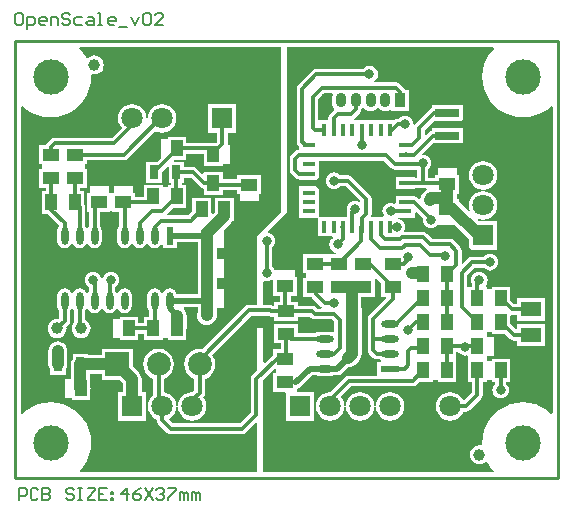
<source format=gtl>
%FSLAX43Y43*%
%MOMM*%
G71*
G01*
G75*
G04 Layer_Physical_Order=1*
G04 Layer_Color=255*
%ADD10R,0.700X1.200*%
%ADD11R,2.050X0.700*%
%ADD12R,2.050X0.500*%
%ADD13O,1.500X0.600*%
%ADD14R,1.500X0.600*%
%ADD15R,1.800X1.300*%
%ADD16O,0.600X1.500*%
%ADD17R,0.600X1.500*%
%ADD18R,0.450X1.075*%
%ADD19R,1.075X0.450*%
%ADD20C,1.000*%
%ADD21R,1.400X1.000*%
%ADD22R,1.000X1.400*%
%ADD23R,1.400X1.000*%
%ADD24R,1.000X1.400*%
%ADD25C,1.000*%
%ADD26C,0.305*%
%ADD27C,0.300*%
%ADD28C,0.500*%
%ADD29C,0.200*%
%ADD30C,0.254*%
%ADD31O,0.900X1.200*%
%ADD32R,0.900X1.200*%
%ADD33C,1.800*%
%ADD34R,1.800X1.800*%
%ADD35R,1.800X1.800*%
%ADD36C,3.000*%
%ADD37C,2.000*%
%ADD38R,2.000X2.000*%
%ADD39C,0.800*%
G36*
X40530Y36385D02*
X40219Y36021D01*
X39937Y35561D01*
X39731Y35062D01*
X39605Y34538D01*
X39562Y34000D01*
X39605Y33462D01*
X39731Y32938D01*
X39937Y32439D01*
X40219Y31979D01*
X40569Y31569D01*
X40979Y31219D01*
X41439Y30937D01*
X41938Y30731D01*
X42462Y30605D01*
X43000Y30562D01*
X43538Y30605D01*
X44062Y30731D01*
X44561Y30937D01*
X45021Y31219D01*
X45385Y31530D01*
X45500Y31477D01*
Y5523D01*
X45385Y5470D01*
X45021Y5781D01*
X44561Y6063D01*
X44062Y6269D01*
X43538Y6395D01*
X43000Y6438D01*
X42462Y6395D01*
X41938Y6269D01*
X41439Y6063D01*
X40979Y5781D01*
X40569Y5431D01*
X40219Y5021D01*
X39937Y4561D01*
X39731Y4062D01*
X39605Y3538D01*
X39562Y3000D01*
X39573Y2871D01*
X39480Y2783D01*
X39300Y2807D01*
X39091Y2779D01*
X38897Y2699D01*
X38729Y2571D01*
X38601Y2403D01*
X38521Y2209D01*
X38493Y2000D01*
X38521Y1791D01*
X38601Y1597D01*
X38729Y1429D01*
X38897Y1301D01*
X39091Y1221D01*
X39300Y1193D01*
X39509Y1221D01*
X39703Y1301D01*
X39845Y1410D01*
X39913Y1397D01*
X40008Y1324D01*
X40219Y979D01*
X40530Y615D01*
X40477Y500D01*
X21000D01*
Y8348D01*
X21930Y9278D01*
X22047Y9229D01*
Y8944D01*
X21860D01*
Y7344D01*
X22840D01*
X22930Y7254D01*
Y4896D01*
X25330D01*
Y7296D01*
X23908D01*
X23860Y7344D01*
X23860Y7386D01*
X23860D01*
D01*
Y7386D01*
X23860D01*
D01*
Y7595D01*
X24017Y7626D01*
X24199Y7747D01*
X25161Y8710D01*
X25515D01*
X25522Y8706D01*
X25756Y8659D01*
X26656D01*
X26890Y8706D01*
X26897Y8710D01*
X27271D01*
X27486Y8753D01*
X27668Y8874D01*
X28188Y9395D01*
X28200Y9393D01*
X28409Y9421D01*
X28603Y9501D01*
X28771Y9629D01*
X29093Y9952D01*
X29222Y10119D01*
X29302Y10314D01*
X29330Y10523D01*
D01*
D01*
D01*
D01*
D01*
X29330D01*
D01*
D01*
D01*
D01*
Y10523D01*
X29330D01*
D01*
Y10523D01*
D01*
D01*
D01*
D01*
D01*
D01*
D01*
D01*
D01*
D01*
D01*
D01*
Y10523D01*
D01*
X29330D01*
D01*
D01*
D01*
D01*
X29330Y10523D01*
Y14377D01*
X29307Y14550D01*
Y15373D01*
X29464D01*
X29516Y15380D01*
X30464D01*
Y16902D01*
X30581Y16950D01*
X31004Y16528D01*
Y15380D01*
X31362D01*
X31410Y15263D01*
X29974Y13826D01*
X29874Y13677D01*
X29839Y13500D01*
Y10882D01*
X29839Y10882D01*
X29839D01*
X29874Y10705D01*
X29974Y10556D01*
X30315Y10215D01*
X30464Y10115D01*
X30641Y10080D01*
X30866D01*
X30997Y9993D01*
X30960Y9871D01*
X30656D01*
Y8699D01*
X28238D01*
X28061Y8664D01*
X27911Y8564D01*
X26652Y7304D01*
X26357Y7265D01*
X26065Y7144D01*
X25814Y6952D01*
X25622Y6701D01*
X25501Y6409D01*
X25460Y6096D01*
X25501Y5783D01*
X25622Y5491D01*
X25814Y5240D01*
X26065Y5048D01*
X26357Y4927D01*
X26670Y4886D01*
X26983Y4927D01*
X27275Y5048D01*
X27526Y5240D01*
X27718Y5491D01*
X27839Y5783D01*
X27876Y6067D01*
X28003D01*
X28041Y5783D01*
X28162Y5491D01*
X28354Y5240D01*
X28605Y5048D01*
X28897Y4927D01*
X29210Y4886D01*
X29523Y4927D01*
X29815Y5048D01*
X30066Y5240D01*
X30258Y5491D01*
X30379Y5783D01*
X30417Y6067D01*
X30544D01*
X30581Y5783D01*
X30702Y5491D01*
X30894Y5240D01*
X31145Y5048D01*
X31437Y4927D01*
X31750Y4886D01*
X32063Y4927D01*
X32355Y5048D01*
X32606Y5240D01*
X32798Y5491D01*
X32919Y5783D01*
X32960Y6096D01*
X32919Y6409D01*
X32798Y6701D01*
X32606Y6952D01*
X32355Y7144D01*
X32063Y7265D01*
X31750Y7306D01*
X31437Y7265D01*
X31145Y7144D01*
X30894Y6952D01*
X30702Y6701D01*
X30581Y6409D01*
X30544Y6125D01*
X30417D01*
X30379Y6409D01*
X30258Y6701D01*
X30066Y6952D01*
X29815Y7144D01*
X29523Y7265D01*
X29210Y7306D01*
X28897Y7265D01*
X28605Y7144D01*
X28354Y6952D01*
X28162Y6701D01*
X28041Y6409D01*
X28003Y6125D01*
X27876D01*
X27839Y6409D01*
X27718Y6701D01*
X27560Y6908D01*
X28429Y7776D01*
X33654D01*
X33830Y7811D01*
X33980Y7911D01*
Y7911D01*
X33980D01*
D01*
D01*
D01*
D01*
D01*
D01*
X33980D01*
D01*
X33980D01*
Y7911D01*
D01*
D01*
D01*
D01*
Y7911D01*
D01*
D01*
D01*
D01*
D01*
D01*
Y7911D01*
D01*
D01*
X33980D01*
D01*
D01*
D01*
X34212Y8144D01*
X35360D01*
Y8331D01*
X35760D01*
Y8144D01*
X37360D01*
Y10144D01*
D01*
Y10144D01*
X37360Y10144D01*
Y10176D01*
X37360D01*
Y10717D01*
X37511D01*
X37601Y10601D01*
X37747Y10489D01*
X37917Y10418D01*
X38100Y10394D01*
X38237Y10412D01*
X38332Y10328D01*
Y10234D01*
X38332Y10234D01*
X38332D01*
X38332Y10176D01*
Y10144D01*
D01*
D01*
D01*
X38332D01*
D01*
Y8144D01*
X38671D01*
Y7223D01*
X38038Y6591D01*
X37914Y6615D01*
X37878Y6701D01*
X37686Y6952D01*
X37435Y7144D01*
X37143Y7265D01*
X36830Y7306D01*
X36517Y7265D01*
X36225Y7144D01*
X35974Y6952D01*
X35782Y6701D01*
X35661Y6409D01*
X35620Y6096D01*
X35661Y5783D01*
X35782Y5491D01*
X35974Y5240D01*
X36225Y5048D01*
X36517Y4927D01*
X36830Y4886D01*
X37143Y4927D01*
X37435Y5048D01*
X37686Y5240D01*
X37878Y5491D01*
X37938Y5635D01*
X38196D01*
X38373Y5670D01*
X38522Y5770D01*
X39458Y6706D01*
X39558Y6855D01*
X39593Y7032D01*
D01*
D01*
D01*
D01*
D01*
X39593D01*
D01*
D01*
D01*
D01*
Y7032D01*
X39593D01*
D01*
Y7032D01*
D01*
D01*
D01*
D01*
D01*
D01*
D01*
D01*
D01*
D01*
D01*
D01*
Y7032D01*
D01*
X39593D01*
D01*
D01*
D01*
D01*
X39593Y7032D01*
Y8144D01*
X39932D01*
Y8331D01*
X40332D01*
Y8144D01*
X40592D01*
X40633Y8024D01*
X40601Y7999D01*
X40489Y7853D01*
X40418Y7683D01*
X40394Y7500D01*
X40418Y7317D01*
X40489Y7147D01*
X40601Y7001D01*
X40747Y6889D01*
X40917Y6818D01*
X41100Y6794D01*
X41283Y6818D01*
X41453Y6889D01*
X41599Y7001D01*
X41711Y7147D01*
X41782Y7317D01*
X41806Y7500D01*
X41782Y7683D01*
X41711Y7853D01*
X41599Y7999D01*
X41561Y8028D01*
Y8144D01*
X41932D01*
Y10144D01*
X40332D01*
Y9957D01*
X39932D01*
Y10086D01*
X39932Y10086D01*
D01*
D01*
X39932Y10144D01*
Y10147D01*
Y10160D01*
X39932Y10176D01*
X39932Y10234D01*
X39932D01*
D01*
Y10234D01*
X39932D01*
D01*
Y10363D01*
X40513D01*
Y11989D01*
X39932D01*
Y12176D01*
D01*
Y12176D01*
X39932Y12176D01*
Y12208D01*
X39932D01*
Y12395D01*
X40332D01*
Y12208D01*
X41480D01*
X41896Y11792D01*
D01*
X41896D01*
X41896Y11792D01*
X41896Y11792D01*
X41896D01*
D01*
X41896D01*
X41896Y11792D01*
Y11792D01*
X41896Y11792D01*
Y11792D01*
X42045Y11692D01*
X42222Y11657D01*
X42488D01*
Y11168D01*
X44888D01*
Y13068D01*
X42488D01*
Y12670D01*
X42371Y12622D01*
X41932Y13060D01*
Y13765D01*
X42030Y13845D01*
X42074Y13837D01*
X42488D01*
Y13348D01*
X44888D01*
Y15248D01*
X42488D01*
Y14759D01*
X42265D01*
X41932Y15092D01*
Y16240D01*
X40332D01*
Y16053D01*
X39932D01*
Y16240D01*
X39896D01*
X39840Y16354D01*
X39911Y16447D01*
X39982Y16617D01*
X40006Y16800D01*
X39982Y16983D01*
X39911Y17153D01*
X39799Y17299D01*
X39653Y17411D01*
X39483Y17482D01*
X39300Y17506D01*
X39117Y17482D01*
X38947Y17411D01*
X38801Y17299D01*
X38689Y17153D01*
X38618Y16983D01*
X38594Y16800D01*
X38618Y16617D01*
X38671Y16490D01*
Y16240D01*
X38332D01*
D01*
X38332D01*
X38261Y16311D01*
Y17209D01*
X38891Y17839D01*
X39672D01*
X39701Y17801D01*
X39847Y17689D01*
X40017Y17618D01*
X40200Y17594D01*
X40383Y17618D01*
X40553Y17689D01*
X40699Y17801D01*
X40811Y17947D01*
X40882Y18117D01*
X40906Y18300D01*
X40882Y18483D01*
X40811Y18653D01*
X40699Y18799D01*
X40553Y18911D01*
X40383Y18982D01*
X40200Y19006D01*
X40017Y18982D01*
X39847Y18911D01*
X39701Y18799D01*
X39672Y18761D01*
X38700D01*
X38523Y18726D01*
X38374Y18626D01*
X37912Y18164D01*
X37795Y18213D01*
Y19287D01*
X37795Y19287D01*
X37759Y19463D01*
X37659Y19613D01*
X37135Y20137D01*
X36986Y20237D01*
X36809Y20272D01*
X35338D01*
X34884Y20726D01*
X34734Y20826D01*
X34558Y20861D01*
X32990D01*
X32920Y20967D01*
X32982Y21117D01*
X33006Y21300D01*
X32982Y21483D01*
X32911Y21653D01*
X32799Y21799D01*
X32653Y21911D01*
X32483Y21982D01*
X32300Y22006D01*
X32369Y22075D01*
X33881D01*
Y22461D01*
X33998Y22510D01*
X34507Y22001D01*
X34494Y21900D01*
X34518Y21717D01*
X34588Y21547D01*
X34701Y21401D01*
X34847Y21289D01*
X35017Y21218D01*
X35200Y21194D01*
X35383Y21218D01*
X35553Y21289D01*
X35699Y21401D01*
X35750Y21467D01*
X35763Y21463D01*
Y21463D01*
X35763Y21463D01*
X37262D01*
X38424Y20301D01*
Y19374D01*
X40824D01*
Y21774D01*
X39233D01*
X39117Y21890D01*
X39187Y21996D01*
X39311Y21945D01*
X39624Y21904D01*
X39937Y21945D01*
X40229Y22066D01*
X40480Y22258D01*
X40672Y22509D01*
X40793Y22801D01*
X40834Y23114D01*
X40793Y23427D01*
X40672Y23719D01*
X40480Y23970D01*
X40229Y24162D01*
X39937Y24283D01*
X39653Y24320D01*
Y24448D01*
X39937Y24485D01*
X40229Y24606D01*
X40480Y24798D01*
X40672Y25049D01*
X40793Y25341D01*
X40834Y25654D01*
X40793Y25967D01*
X40672Y26259D01*
X40480Y26510D01*
X40229Y26702D01*
X39937Y26823D01*
X39624Y26864D01*
X39311Y26823D01*
X39019Y26702D01*
X38768Y26510D01*
X38576Y26259D01*
X38455Y25967D01*
X38414Y25654D01*
X38455Y25341D01*
X38576Y25049D01*
X38768Y24798D01*
X39019Y24606D01*
X39311Y24485D01*
X39595Y24448D01*
Y24320D01*
X39311Y24283D01*
X39019Y24162D01*
X38768Y23970D01*
X38576Y23719D01*
X38455Y23427D01*
X38414Y23114D01*
X38455Y22801D01*
X38506Y22677D01*
X38401Y22607D01*
X37592Y23415D01*
X37576Y23427D01*
Y23644D01*
X37383D01*
Y23700D01*
Y24108D01*
X37576D01*
Y25708D01*
X37389D01*
Y26289D01*
X35763D01*
Y25708D01*
X35576D01*
Y25459D01*
X34959D01*
Y26170D01*
X34999Y26201D01*
X35111Y26347D01*
X35182Y26517D01*
X35206Y26700D01*
X35182Y26883D01*
X35111Y27053D01*
X34999Y27199D01*
X34853Y27311D01*
X34683Y27382D01*
X34500Y27406D01*
X34476Y27454D01*
X35394Y28372D01*
X37901D01*
Y29672D01*
X35251D01*
Y29455D01*
X35215Y29448D01*
X35066Y29348D01*
X34779Y29061D01*
X34661Y29110D01*
Y29509D01*
X35424Y30272D01*
X37901D01*
Y31572D01*
X35251D01*
Y31349D01*
X35245Y31348D01*
X35096Y31248D01*
X33874Y30026D01*
X33825Y29952D01*
X33706Y29997D01*
X33706Y30000D01*
X33682Y30183D01*
X33611Y30353D01*
X33499Y30499D01*
X33353Y30611D01*
X33183Y30682D01*
X33000Y30706D01*
X32817Y30682D01*
X32647Y30611D01*
X32501Y30499D01*
X32470Y30459D01*
X32400D01*
X32224Y30424D01*
X32076Y30325D01*
X28687D01*
X28650Y30447D01*
X28797Y30544D01*
X29165Y30913D01*
X29265Y31062D01*
X29300Y31239D01*
Y31263D01*
X29374Y31319D01*
X29400Y31354D01*
X29528D01*
X29554Y31319D01*
X29711Y31199D01*
X29893Y31123D01*
X30089Y31098D01*
X30285Y31123D01*
X30467Y31199D01*
X30624Y31319D01*
X30650Y31354D01*
X30778D01*
X30804Y31319D01*
X30961Y31199D01*
X31143Y31123D01*
X31339Y31098D01*
X31535Y31123D01*
X31717Y31199D01*
X31725Y31205D01*
X31839Y31149D01*
Y31104D01*
X33339D01*
Y32904D01*
X32997D01*
X32915Y33026D01*
X32559Y33383D01*
X32409Y33483D01*
X32233Y33518D01*
X30458D01*
X30417Y33638D01*
X30499Y33701D01*
X30611Y33847D01*
X30682Y34017D01*
X30706Y34200D01*
X30682Y34383D01*
X30611Y34553D01*
X30499Y34699D01*
X30353Y34811D01*
X30183Y34882D01*
X30000Y34906D01*
X29817Y34882D01*
X29647Y34811D01*
X29501Y34699D01*
X29472Y34661D01*
X25500D01*
X25324Y34626D01*
X25174Y34526D01*
X23974Y33326D01*
X23874Y33176D01*
X23839Y33000D01*
Y28500D01*
X23874Y28323D01*
X23974Y28174D01*
X24031Y28117D01*
Y27815D01*
X24000D01*
X23824Y27780D01*
X23676Y27680D01*
X23376Y27380D01*
X23276Y27232D01*
X23241Y27056D01*
Y26100D01*
X23241Y26100D01*
X23241D01*
X23276Y25924D01*
X23376Y25776D01*
X23676Y25476D01*
X23824Y25376D01*
X24000Y25341D01*
X24031D01*
Y25275D01*
X25706D01*
Y26075D01*
Y26875D01*
Y26891D01*
X31241D01*
X31857Y26276D01*
X32005Y26176D01*
X32181Y26141D01*
X32206D01*
Y26075D01*
X33881D01*
Y26141D01*
X34041D01*
Y25459D01*
X33881D01*
Y25525D01*
X32206D01*
Y24475D01*
X33881D01*
Y24541D01*
X34815D01*
X34840Y24417D01*
X34797Y24399D01*
X34629Y24271D01*
X34529Y24171D01*
X34401Y24003D01*
X34321Y23809D01*
X34302Y23671D01*
X34182Y23630D01*
X34086Y23726D01*
X33937Y23826D01*
X33881Y23837D01*
Y23925D01*
X32206D01*
Y23335D01*
X32100Y23264D01*
X31983Y23313D01*
X31800Y23337D01*
X31617Y23313D01*
X31447Y23242D01*
X31301Y23130D01*
X31247Y23060D01*
X31243Y23057D01*
X31230Y23039D01*
X31189Y22984D01*
X31180Y22963D01*
X31143Y22908D01*
X31130Y22842D01*
X31118Y22814D01*
X31094Y22631D01*
X31118Y22448D01*
X31189Y22278D01*
X31199Y22264D01*
X31143Y22150D01*
X30242D01*
X30162Y22248D01*
X30195Y22413D01*
X30195Y22413D01*
Y23667D01*
X30160Y23843D01*
X30060Y23993D01*
X28526Y25526D01*
X28377Y25626D01*
X28200Y25661D01*
X27528D01*
X27499Y25699D01*
X27353Y25811D01*
X27183Y25882D01*
X27000Y25906D01*
X26817Y25882D01*
X26647Y25811D01*
X26501Y25699D01*
X26389Y25553D01*
X26318Y25383D01*
X26294Y25200D01*
X26318Y25017D01*
X26389Y24847D01*
X26501Y24701D01*
X26647Y24589D01*
X26817Y24518D01*
X27000Y24494D01*
X27183Y24518D01*
X27353Y24589D01*
X27499Y24701D01*
X27528Y24739D01*
X28009D01*
X29203Y23545D01*
X29182Y23419D01*
X29158Y23407D01*
X29153Y23411D01*
X28983Y23482D01*
X28800Y23506D01*
X28617Y23482D01*
X28447Y23411D01*
X28301Y23299D01*
X28189Y23153D01*
X28118Y22983D01*
X28094Y22800D01*
X28114Y22651D01*
X28095Y22556D01*
Y22150D01*
X25706D01*
Y22875D01*
Y23675D01*
Y24725D01*
X24031D01*
Y23675D01*
Y22875D01*
Y22075D01*
X25631D01*
Y20475D01*
X26832D01*
X26873Y20355D01*
X26801Y20299D01*
X26689Y20153D01*
X26618Y19983D01*
X26594Y19800D01*
X26618Y19617D01*
X26689Y19447D01*
X26801Y19301D01*
X26947Y19189D01*
X27117Y19118D01*
X27203Y19107D01*
X27195Y18980D01*
X26432D01*
D01*
D01*
X26432Y18980D01*
X26400D01*
Y18980D01*
X24400D01*
Y17380D01*
X24587D01*
Y16980D01*
X24400D01*
Y15380D01*
X25103D01*
X25174Y15274D01*
X25926Y14522D01*
X25963Y14497D01*
X25926Y14376D01*
X25602D01*
X25493Y14484D01*
X25344Y14584D01*
X25167Y14619D01*
X23944D01*
Y14958D01*
X23321D01*
Y15472D01*
X23860D01*
Y17072D01*
X23673D01*
Y17653D01*
X22047D01*
Y17653D01*
X21953D01*
X21911Y17753D01*
X21799Y17899D01*
X21761Y17928D01*
Y19572D01*
X21799Y19601D01*
X21911Y19747D01*
X21982Y19917D01*
X22006Y20100D01*
X21982Y20283D01*
X21911Y20453D01*
X21799Y20599D01*
X21653Y20711D01*
X21483Y20782D01*
X21448Y20787D01*
X21407Y20907D01*
X23000Y22500D01*
Y36500D01*
X40477D01*
X40530Y36385D01*
D02*
G37*
G36*
X21860Y16804D02*
Y15472D01*
X22399D01*
Y14958D01*
X21944D01*
Y14609D01*
X21815D01*
X21815Y14609D01*
X21815Y14609D01*
X21727Y14668D01*
X21550Y14703D01*
X21000D01*
Y16652D01*
X21106Y16723D01*
X21117Y16718D01*
X21300Y16694D01*
X21483Y16718D01*
X21653Y16789D01*
X21746Y16860D01*
X21860Y16804D01*
D02*
G37*
G36*
X21468Y13721D02*
X21644Y13686D01*
X21944D01*
Y13358D01*
X23944D01*
Y13697D01*
X24976D01*
X25085Y13588D01*
X25085Y13588D01*
X25085D01*
X25085Y13588D01*
X25085D01*
X25085Y13588D01*
Y13588D01*
Y13588D01*
D01*
D01*
X25085D01*
Y13588D01*
X25234Y13488D01*
X25411Y13453D01*
X26810D01*
X27028Y13235D01*
Y12419D01*
X26916Y12359D01*
X26890Y12376D01*
X26656Y12423D01*
X25756D01*
X25522Y12376D01*
X25363Y12270D01*
X23944D01*
Y13058D01*
X21944D01*
Y11458D01*
X22483D01*
Y10944D01*
X21860D01*
Y10498D01*
X21818Y10470D01*
X21117Y9770D01*
X21000Y9818D01*
Y13780D01*
X21380D01*
X21468Y13721D01*
D02*
G37*
G36*
X20500Y9152D02*
X20074Y8726D01*
X19974Y8577D01*
X19939Y8400D01*
Y5591D01*
X19009Y4661D01*
X13391D01*
X13043Y5009D01*
X13051Y5048D01*
X13302Y5240D01*
X13494Y5491D01*
X13615Y5783D01*
X13653Y6067D01*
X13780D01*
X13817Y5783D01*
X13938Y5491D01*
X14130Y5240D01*
X14381Y5048D01*
X14673Y4927D01*
X14986Y4886D01*
X15299Y4927D01*
X15591Y5048D01*
X15842Y5240D01*
X16034Y5491D01*
X16155Y5783D01*
X16196Y6096D01*
X16155Y6409D01*
X16034Y6701D01*
X15905Y6870D01*
X15962Y6928D01*
X16062Y7077D01*
X16097Y7254D01*
D01*
D01*
D01*
D01*
D01*
X16097D01*
D01*
D01*
D01*
D01*
Y7254D01*
X16097D01*
D01*
Y7254D01*
D01*
D01*
D01*
D01*
D01*
D01*
D01*
D01*
D01*
D01*
D01*
D01*
Y7254D01*
D01*
X16097D01*
D01*
D01*
D01*
D01*
X16097Y7254D01*
Y8436D01*
X16292Y8516D01*
X16563Y8725D01*
X16772Y8996D01*
X16903Y9313D01*
X16947Y9652D01*
X16903Y9991D01*
X16772Y10308D01*
X16672Y10438D01*
X20014Y13780D01*
X20500D01*
Y9152D01*
D02*
G37*
G36*
X22500Y22500D02*
X22000Y22000D01*
X20500Y20500D01*
Y14703D01*
X19823D01*
X19823Y14703D01*
X19647Y14668D01*
X19497Y14568D01*
X15863Y10933D01*
X15636Y10963D01*
X15297Y10919D01*
X14980Y10788D01*
X14709Y10579D01*
X14500Y10308D01*
X14369Y9991D01*
X14325Y9652D01*
X14369Y9313D01*
X14500Y8996D01*
X14709Y8725D01*
X14980Y8516D01*
X15175Y8436D01*
Y7445D01*
X15030Y7301D01*
X14986Y7306D01*
X14673Y7265D01*
X14381Y7144D01*
X14130Y6952D01*
X13938Y6701D01*
X13817Y6409D01*
X13780Y6125D01*
X13653D01*
X13615Y6409D01*
X13494Y6701D01*
X13302Y6952D01*
X13051Y7144D01*
X12759Y7265D01*
X12597Y7286D01*
Y8436D01*
X12792Y8516D01*
X13063Y8725D01*
X13272Y8996D01*
X13403Y9313D01*
X13447Y9652D01*
X13403Y9991D01*
X13272Y10308D01*
X13063Y10579D01*
X12792Y10788D01*
X12475Y10919D01*
X12136Y10963D01*
X11797Y10919D01*
X11480Y10788D01*
X11209Y10579D01*
X11000Y10308D01*
X10869Y9991D01*
X10825Y9652D01*
X10869Y9313D01*
X11000Y8996D01*
X11209Y8725D01*
X11480Y8516D01*
X11675Y8436D01*
Y7017D01*
X11590Y6952D01*
X11398Y6701D01*
X11277Y6409D01*
X11236Y6096D01*
X11277Y5783D01*
X11398Y5491D01*
X11590Y5240D01*
X11841Y5048D01*
X11926Y5012D01*
X11985Y4954D01*
X11985Y4954D01*
D01*
X12020Y4777D01*
X12120Y4628D01*
X12874Y3874D01*
X13023Y3774D01*
X13200Y3739D01*
X19200D01*
X19377Y3774D01*
X19526Y3874D01*
Y3874D01*
X19526D01*
D01*
D01*
D01*
D01*
D01*
D01*
X19526D01*
D01*
X19526D01*
Y3874D01*
D01*
D01*
D01*
D01*
Y3874D01*
D01*
D01*
D01*
D01*
D01*
D01*
Y3874D01*
D01*
D01*
X19526D01*
D01*
D01*
D01*
X20383Y4730D01*
X20500Y4682D01*
Y500D01*
X5523D01*
X5470Y615D01*
X5781Y979D01*
X6063Y1439D01*
X6269Y1938D01*
X6395Y2462D01*
X6438Y3000D01*
X6395Y3538D01*
X6269Y4062D01*
X6063Y4561D01*
X5781Y5021D01*
X5431Y5431D01*
X5021Y5781D01*
X4561Y6063D01*
X4062Y6269D01*
X3538Y6395D01*
X3000Y6438D01*
X2462Y6395D01*
X1938Y6269D01*
X1439Y6063D01*
X979Y5781D01*
X615Y5470D01*
X500Y5523D01*
Y31477D01*
X615Y31530D01*
X979Y31219D01*
X1439Y30937D01*
X1938Y30731D01*
X2462Y30605D01*
X3000Y30562D01*
X3538Y30605D01*
X4062Y30731D01*
X4561Y30937D01*
X5021Y31219D01*
X5431Y31569D01*
X5781Y31979D01*
X6063Y32439D01*
X6269Y32938D01*
X6395Y33462D01*
X6438Y34000D01*
X6427Y34129D01*
X6520Y34217D01*
X6700Y34193D01*
X6909Y34221D01*
X7103Y34301D01*
X7271Y34429D01*
X7399Y34597D01*
X7479Y34791D01*
X7507Y35000D01*
X7479Y35209D01*
X7399Y35403D01*
X7271Y35571D01*
X7103Y35699D01*
X6909Y35779D01*
X6700Y35807D01*
X6491Y35779D01*
X6297Y35699D01*
X6155Y35590D01*
X6087Y35603D01*
X5992Y35676D01*
X5781Y36021D01*
X5431Y36431D01*
X5456Y36500D01*
X22500D01*
Y22500D01*
D02*
G37*
G36*
X26916Y32490D02*
X26858Y32350D01*
X26833Y32154D01*
Y31854D01*
X26858Y31658D01*
X26934Y31476D01*
X27032Y31347D01*
X27012Y31222D01*
X26974Y31197D01*
X26630Y30853D01*
X26530Y30703D01*
X26495Y30527D01*
Y30325D01*
X25661D01*
Y32100D01*
X26156Y32595D01*
X26846D01*
X26916Y32490D01*
D02*
G37*
%LPC*%
G36*
X3622Y11585D02*
X3413Y11557D01*
X3219Y11477D01*
X3051Y11349D01*
X2923Y11181D01*
X2843Y10987D01*
X2815Y10778D01*
Y9652D01*
X2843Y9443D01*
X2923Y9249D01*
X2972Y9185D01*
Y8752D01*
X4272D01*
Y9185D01*
X4321Y9249D01*
X4401Y9443D01*
X4429Y9652D01*
Y10778D01*
X4401Y10987D01*
X4321Y11181D01*
X4193Y11349D01*
X4025Y11477D01*
X3831Y11557D01*
X3622Y11585D01*
D02*
G37*
G36*
X9936Y10952D02*
X7336D01*
Y10459D01*
X6172D01*
Y10552D01*
X4872D01*
Y10119D01*
X4823Y10055D01*
X4743Y9861D01*
X4715Y9652D01*
Y8433D01*
X4191D01*
Y6807D01*
X4772D01*
Y6620D01*
X6372D01*
Y7568D01*
X6379Y7620D01*
X6372Y7672D01*
Y8620D01*
X6329D01*
Y8845D01*
X7336D01*
Y8352D01*
X8795D01*
X9093Y8054D01*
Y7296D01*
X8706D01*
Y4896D01*
X11106D01*
Y7296D01*
X10707D01*
Y8388D01*
X10679Y8597D01*
X10599Y8791D01*
X10471Y8959D01*
X9936Y9493D01*
Y10952D01*
D02*
G37*
G36*
X12446Y31690D02*
X12133Y31649D01*
X11841Y31528D01*
X11590Y31336D01*
X11398Y31085D01*
X11277Y30793D01*
X11240Y30509D01*
X11240D01*
X11138D01*
X11109Y30534D01*
X11075Y30793D01*
X10954Y31085D01*
X10762Y31336D01*
X10511Y31528D01*
X10219Y31649D01*
X9906Y31690D01*
X9593Y31649D01*
X9301Y31528D01*
X9050Y31336D01*
X8858Y31085D01*
X8737Y30793D01*
X8696Y30480D01*
X8737Y30167D01*
X8858Y29875D01*
X9018Y29667D01*
X8176Y28825D01*
X3366D01*
X3190Y28790D01*
X3042Y28690D01*
X2724Y28372D01*
X2624Y28224D01*
X2623Y28216D01*
X2048D01*
Y26616D01*
X2235D01*
Y26216D01*
X2048D01*
Y24616D01*
X2589D01*
Y24368D01*
X2264D01*
Y22368D01*
X2755D01*
X3732Y21391D01*
Y21373D01*
X3626Y21214D01*
X3579Y20980D01*
Y20080D01*
X3626Y19846D01*
X3758Y19647D01*
X3957Y19515D01*
X4191Y19468D01*
X4425Y19515D01*
X4624Y19647D01*
X4756Y19846D01*
X4762Y19878D01*
X4890D01*
X4896Y19846D01*
X5028Y19647D01*
X5227Y19515D01*
X5461Y19468D01*
X5695Y19515D01*
X5894Y19647D01*
X6026Y19846D01*
X6032Y19878D01*
X6160D01*
X6166Y19846D01*
X6298Y19647D01*
X6497Y19515D01*
X6731Y19468D01*
X6965Y19515D01*
X7164Y19647D01*
X7296Y19846D01*
X7343Y20080D01*
Y20980D01*
X7296Y21214D01*
X7190Y21373D01*
Y21900D01*
Y22584D01*
X8112D01*
Y22584D01*
X8144D01*
X8202Y22584D01*
Y22584D01*
X8202D01*
X8202D01*
Y22584D01*
D01*
D01*
D01*
X8812D01*
Y21373D01*
X8706Y21214D01*
X8659Y20980D01*
Y20080D01*
X8706Y19846D01*
X8838Y19647D01*
X9037Y19515D01*
X9271Y19468D01*
X9505Y19515D01*
X9704Y19647D01*
X9836Y19846D01*
X9842Y19878D01*
X9969D01*
X9976Y19846D01*
X10108Y19647D01*
X10307Y19515D01*
X10541Y19468D01*
X10775Y19515D01*
X10974Y19647D01*
X11106Y19846D01*
X11113Y19878D01*
X11240D01*
X11246Y19846D01*
X11378Y19647D01*
X11577Y19515D01*
X11811Y19468D01*
X12045Y19515D01*
X12244Y19647D01*
X12359Y19821D01*
X12481Y19784D01*
Y19480D01*
X13681D01*
Y19969D01*
X15465D01*
Y17780D01*
Y15591D01*
X13671D01*
X13646Y15714D01*
X13514Y15913D01*
X13315Y16045D01*
X13081Y16092D01*
X12847Y16045D01*
X12648Y15913D01*
X12516Y15714D01*
X12509Y15682D01*
X12382D01*
X12376Y15714D01*
X12244Y15913D01*
X12045Y16045D01*
X11811Y16092D01*
X11577Y16045D01*
X11378Y15913D01*
X11246Y15714D01*
X11199Y15480D01*
Y14580D01*
X11246Y14346D01*
X11350Y14190D01*
Y13700D01*
X10900D01*
Y13161D01*
X10436D01*
Y13700D01*
X8836D01*
Y13513D01*
X8255D01*
Y11887D01*
X8836D01*
Y11700D01*
X10436D01*
Y12239D01*
X10900D01*
Y11700D01*
X12500D01*
Y11887D01*
X12900D01*
Y11700D01*
X14500D01*
Y12648D01*
X14507Y12700D01*
Y13781D01*
X14479Y13990D01*
X14399Y14184D01*
X14271Y14352D01*
X14311Y14469D01*
X15465D01*
Y14116D01*
X15421Y14009D01*
X15393Y13800D01*
X15421Y13591D01*
X15501Y13397D01*
X15629Y13229D01*
X15797Y13101D01*
X15991Y13021D01*
X16200Y12993D01*
X16409Y13021D01*
X16603Y13101D01*
X16771Y13229D01*
X16843Y13301D01*
X16971Y13469D01*
X17051Y13663D01*
X17079Y13872D01*
Y14427D01*
X17653D01*
Y16053D01*
X17079D01*
Y16967D01*
X17653D01*
Y18593D01*
X17079D01*
Y19507D01*
X17653D01*
Y21028D01*
X17662Y21037D01*
X18285Y21660D01*
X18374Y21776D01*
X18514D01*
Y22178D01*
X18521Y22230D01*
Y22776D01*
X18514Y22828D01*
Y23776D01*
X16914D01*
Y22828D01*
X16907Y22776D01*
Y22564D01*
X16731Y22389D01*
X16614Y22437D01*
Y23776D01*
X15014D01*
Y22625D01*
X14659Y22270D01*
X12909D01*
X12860Y22387D01*
X13349Y22876D01*
X14500D01*
Y24876D01*
X14109D01*
Y25008D01*
X14300D01*
Y25449D01*
X14902D01*
X15700Y24652D01*
X15848Y24552D01*
X15964Y24529D01*
Y23976D01*
X17564D01*
Y24417D01*
X18812D01*
Y24076D01*
X18999D01*
Y23495D01*
X20625D01*
Y24076D01*
X20812D01*
Y25676D01*
X18812D01*
Y25335D01*
X17564D01*
Y25976D01*
X15964D01*
Y25851D01*
X15847Y25802D01*
X15416Y26232D01*
X15268Y26332D01*
X15092Y26367D01*
X14300D01*
Y26808D01*
X13465D01*
X13416Y26925D01*
X13431Y26940D01*
X14500D01*
Y27481D01*
X15980D01*
Y26432D01*
X17580D01*
Y26619D01*
X18161D01*
Y28245D01*
X18051D01*
X17985Y28326D01*
Y29280D01*
X18726D01*
Y31680D01*
X16326D01*
Y29280D01*
X17067D01*
Y28516D01*
X16983Y28432D01*
X15980D01*
Y28399D01*
X14500D01*
Y28940D01*
X12900D01*
Y28753D01*
X12319D01*
Y27127D01*
X12319Y27127D01*
X12319D01*
X12319Y27126D01*
X12001Y26808D01*
X11100D01*
Y25008D01*
X12400D01*
Y25909D01*
X12883Y26392D01*
X13000Y26343D01*
Y25008D01*
X13191D01*
Y24876D01*
X12900D01*
Y24689D01*
X12500D01*
Y24876D01*
X10900D01*
Y23843D01*
X10144D01*
Y24184D01*
X9957D01*
Y24765D01*
X8331D01*
Y24184D01*
X8202D01*
X8202Y24184D01*
D01*
D01*
X8202Y24184D01*
X8144Y24184D01*
X8128D01*
X8112D01*
X8054Y24184D01*
X8054Y24184D01*
Y24184D01*
X7925D01*
Y24765D01*
X6299D01*
Y24184D01*
X6112D01*
Y22584D01*
X6272D01*
Y21987D01*
Y21900D01*
Y21373D01*
X6166Y21214D01*
X6160Y21182D01*
X6032D01*
X6026Y21214D01*
X5920Y21373D01*
Y22971D01*
X5885Y23147D01*
X5864Y23178D01*
Y24368D01*
X5523D01*
Y24616D01*
X6080D01*
Y26216D01*
X5893D01*
Y26616D01*
X6080D01*
Y26957D01*
X9225D01*
X9401Y26992D01*
X9549Y27092D01*
X11875Y29417D01*
X12133Y29311D01*
X12446Y29270D01*
X12759Y29311D01*
X13051Y29432D01*
X13302Y29624D01*
X13494Y29875D01*
X13615Y30167D01*
X13656Y30480D01*
X13615Y30793D01*
X13494Y31085D01*
X13302Y31336D01*
X13051Y31528D01*
X12759Y31649D01*
X12446Y31690D01*
D02*
G37*
G36*
X8100Y17506D02*
X7917Y17482D01*
X7747Y17411D01*
X7601Y17299D01*
X7489Y17153D01*
X7418Y16983D01*
X7413Y16948D01*
X7286D01*
X7282Y16983D01*
X7211Y17153D01*
X7099Y17299D01*
X6953Y17411D01*
X6783Y17482D01*
X6600Y17506D01*
X6417Y17482D01*
X6247Y17411D01*
X6101Y17299D01*
X5989Y17153D01*
X5918Y16983D01*
X5894Y16800D01*
X5918Y16617D01*
X5989Y16447D01*
X6101Y16301D01*
X6247Y16189D01*
X6270Y16179D01*
Y15870D01*
X6166Y15714D01*
X6160Y15682D01*
X6032D01*
X6026Y15714D01*
X5894Y15913D01*
X5695Y16045D01*
X5461Y16092D01*
X5227Y16045D01*
X5028Y15913D01*
X4896Y15714D01*
X4890Y15682D01*
X4762D01*
X4756Y15714D01*
X4624Y15913D01*
X4425Y16045D01*
X4191Y16092D01*
X3957Y16045D01*
X3758Y15913D01*
X3626Y15714D01*
X3579Y15480D01*
Y14580D01*
X3626Y14346D01*
X3730Y14190D01*
Y13580D01*
X3634Y13497D01*
X3556Y13507D01*
X3347Y13479D01*
X3153Y13399D01*
X2985Y13271D01*
X2857Y13103D01*
X2777Y12909D01*
X2749Y12700D01*
X2777Y12491D01*
X2857Y12297D01*
X2985Y12129D01*
X3153Y12001D01*
X3347Y11921D01*
X3556Y11893D01*
X3765Y11921D01*
X3959Y12001D01*
X4127Y12129D01*
X4255Y12297D01*
X4335Y12491D01*
X4363Y12700D01*
X4345Y12837D01*
X4517Y13009D01*
X4617Y13158D01*
X4652Y13335D01*
Y14190D01*
X4756Y14346D01*
X4762Y14378D01*
X4890D01*
X4896Y14346D01*
X5000Y14190D01*
Y13248D01*
X4889Y13103D01*
X4809Y12909D01*
X4781Y12700D01*
X4809Y12491D01*
X4889Y12297D01*
X5017Y12129D01*
X5185Y12001D01*
X5379Y11921D01*
X5588Y11893D01*
X5797Y11921D01*
X5991Y12001D01*
X6159Y12129D01*
X6287Y12297D01*
X6367Y12491D01*
X6395Y12700D01*
X6367Y12909D01*
X6287Y13103D01*
X6159Y13271D01*
X5991Y13399D01*
X5922Y13427D01*
Y14190D01*
X6026Y14346D01*
X6032Y14378D01*
X6160D01*
X6166Y14346D01*
X6298Y14147D01*
X6497Y14015D01*
X6731Y13968D01*
X6965Y14015D01*
X7164Y14147D01*
X7296Y14346D01*
X7302Y14378D01*
X7430D01*
X7436Y14346D01*
X7568Y14147D01*
X7767Y14015D01*
X8001Y13968D01*
X8235Y14015D01*
X8434Y14147D01*
X8566Y14346D01*
X8573Y14378D01*
X8700D01*
X8706Y14346D01*
X8838Y14147D01*
X9037Y14015D01*
X9271Y13968D01*
X9505Y14015D01*
X9704Y14147D01*
X9836Y14346D01*
X9883Y14580D01*
Y15480D01*
X9836Y15714D01*
X9704Y15913D01*
X9505Y16045D01*
X9271Y16092D01*
X9037Y16045D01*
X8838Y15913D01*
X8706Y15714D01*
X8700Y15682D01*
X8573D01*
X8566Y15714D01*
X8462Y15870D01*
Y16196D01*
X8599Y16301D01*
X8711Y16447D01*
X8782Y16617D01*
X8806Y16800D01*
X8782Y16983D01*
X8711Y17153D01*
X8599Y17299D01*
X8453Y17411D01*
X8283Y17482D01*
X8100Y17506D01*
D02*
G37*
%LPD*%
D10*
X5522Y9652D02*
D03*
X3622D02*
D03*
X13650Y25908D02*
D03*
X11750D02*
D03*
D11*
X36576Y29022D02*
D03*
Y30922D02*
D03*
D12*
Y29972D02*
D03*
D13*
X26206Y13081D02*
D03*
Y11811D02*
D03*
Y10541D02*
D03*
Y9271D02*
D03*
X31706Y13081D02*
D03*
Y11811D02*
D03*
Y10541D02*
D03*
D14*
Y9271D02*
D03*
D15*
X43688Y14298D02*
D03*
Y17198D02*
D03*
Y12118D02*
D03*
Y9218D02*
D03*
D16*
X13081Y15030D02*
D03*
X11811D02*
D03*
X4191D02*
D03*
Y20530D02*
D03*
X11811D02*
D03*
X10541D02*
D03*
X9271D02*
D03*
X8001D02*
D03*
X6731D02*
D03*
X5461D02*
D03*
X10541Y15030D02*
D03*
X9271D02*
D03*
X8001D02*
D03*
X6731D02*
D03*
X5461D02*
D03*
D17*
X13081Y20530D02*
D03*
D18*
X31756Y21312D02*
D03*
X30956D02*
D03*
X30156D02*
D03*
X29356D02*
D03*
X28556D02*
D03*
X27756D02*
D03*
X26956D02*
D03*
X26156D02*
D03*
Y29487D02*
D03*
X26956D02*
D03*
X27756D02*
D03*
X28556D02*
D03*
X29356D02*
D03*
X30156D02*
D03*
X30956D02*
D03*
X31756D02*
D03*
D19*
X24868Y22600D02*
D03*
Y23400D02*
D03*
Y24200D02*
D03*
Y25000D02*
D03*
Y25800D02*
D03*
Y26600D02*
D03*
Y27400D02*
D03*
Y28200D02*
D03*
X33043D02*
D03*
Y27400D02*
D03*
Y26600D02*
D03*
Y25800D02*
D03*
Y25000D02*
D03*
Y24200D02*
D03*
Y23400D02*
D03*
Y22600D02*
D03*
D20*
X3556Y12700D02*
D03*
X5588D02*
D03*
X6700Y35000D02*
D03*
X39300Y2000D02*
D03*
D21*
X19812Y22876D02*
D03*
Y24876D02*
D03*
X29464Y18180D02*
D03*
Y16180D02*
D03*
X22860Y18272D02*
D03*
Y16272D02*
D03*
Y8144D02*
D03*
Y10144D02*
D03*
X32004Y18180D02*
D03*
Y16180D02*
D03*
X3048Y27416D02*
D03*
Y25416D02*
D03*
X5080D02*
D03*
Y27416D02*
D03*
X9144Y23384D02*
D03*
Y25384D02*
D03*
X27432Y18180D02*
D03*
Y16180D02*
D03*
X7112Y25384D02*
D03*
Y23384D02*
D03*
X25400Y18180D02*
D03*
Y16180D02*
D03*
X36576Y24908D02*
D03*
Y26908D02*
D03*
Y20844D02*
D03*
Y22844D02*
D03*
D22*
X36560Y11176D02*
D03*
X34560D02*
D03*
Y15240D02*
D03*
X36560D02*
D03*
X39132Y11176D02*
D03*
X41132D02*
D03*
X36560Y17272D02*
D03*
X34560D02*
D03*
X11700Y12700D02*
D03*
X13700D02*
D03*
X11700Y23876D02*
D03*
X13700D02*
D03*
X39132Y15240D02*
D03*
X41132D02*
D03*
Y13208D02*
D03*
X39132D02*
D03*
X41132Y9144D02*
D03*
X39132D02*
D03*
X34560Y13208D02*
D03*
X36560D02*
D03*
Y9144D02*
D03*
X34560D02*
D03*
X7636Y12700D02*
D03*
X9636D02*
D03*
X3572Y7620D02*
D03*
X5572D02*
D03*
X16272Y17780D02*
D03*
X18272D02*
D03*
Y15240D02*
D03*
X16272D02*
D03*
Y20320D02*
D03*
X18272D02*
D03*
X3064Y23368D02*
D03*
X5064D02*
D03*
X11700Y27940D02*
D03*
X13700D02*
D03*
X16780Y27432D02*
D03*
X18780D02*
D03*
D23*
X22944Y12258D02*
D03*
Y14158D02*
D03*
X20744Y13208D02*
D03*
D24*
X15814Y22776D02*
D03*
X17714D02*
D03*
X16764Y24976D02*
D03*
D25*
X9900Y6102D02*
Y8388D01*
Y6102D02*
X9906Y6096D01*
X29700Y4200D02*
X33796D01*
X34290Y5700D02*
Y6096D01*
X35200Y23700D02*
X36576D01*
X28500Y14400D02*
Y16180D01*
X16272Y20320D02*
Y20788D01*
X17714Y22230D02*
Y22776D01*
X16272Y17780D02*
Y20320D01*
Y15240D02*
Y17780D01*
X28500Y16180D02*
X29464D01*
X16272Y20788D02*
X17092Y21608D01*
X17714Y22230D01*
X27432Y16180D02*
X28500D01*
X13700Y12700D02*
Y13781D01*
X34432Y17400D02*
X34560Y17272D01*
X16272Y13872D02*
Y15240D01*
X16200Y13800D02*
X16272Y13872D01*
X3622Y9652D02*
Y10778D01*
X5522Y9652D02*
X8636D01*
X5522Y7670D02*
Y9652D01*
Y7670D02*
X5572Y7620D01*
X8636Y9652D02*
X9900Y8388D01*
X36576Y22844D02*
X36856D01*
X36576D02*
X37022D01*
X39292Y20574D02*
X39624D01*
X33600Y17400D02*
X34432D01*
X37022Y22844D02*
X39292Y20574D01*
X36576Y22844D02*
Y23700D01*
Y24908D01*
X35100Y23600D02*
X35200Y23700D01*
X28200Y10200D02*
X28523Y10523D01*
Y14377D01*
D26*
X31700Y22600D02*
X33043D01*
X32252Y21284D02*
Y21300D01*
X41100Y9112D02*
X41132Y9144D01*
X41100Y7500D02*
Y9112D01*
X37800Y17400D02*
X38700Y18300D01*
X40200D01*
X37333Y18045D02*
Y19287D01*
X36560Y17272D02*
X37333Y18045D01*
X39132Y15240D02*
Y16632D01*
X39300Y16800D01*
X32880Y18180D02*
X33300Y18600D01*
X32004Y18180D02*
X32880D01*
X32252Y21300D02*
X32265Y21312D01*
X31756D02*
X32265D01*
X28556Y22556D02*
X28800Y22800D01*
X28556Y21312D02*
Y22556D01*
X28200Y25200D02*
X29733Y23667D01*
X27000Y25200D02*
X28200D01*
X15636Y10054D02*
X19823Y14241D01*
X21550D02*
X21644Y14148D01*
X22767D02*
X22861Y14241D01*
X21644Y14148D02*
X22767D01*
X19823Y14241D02*
X21550D01*
X22860Y14242D02*
Y16272D01*
X21300Y17400D02*
Y20100D01*
X15636Y9652D02*
Y10054D01*
X38196Y6096D02*
X39132Y7032D01*
X36830Y6096D02*
X38196D01*
X29364Y28200D02*
X29400D01*
X29356Y28208D02*
X29364Y28200D01*
X29356Y28208D02*
Y29487D01*
X9636Y12700D02*
X11700D01*
X11811Y12811D02*
Y15030D01*
X11700Y12700D02*
X11811Y12811D01*
X5522Y9652D02*
X5572Y9602D01*
X12136Y6914D02*
X12446Y6604D01*
X14986D02*
X15636Y7254D01*
X12136Y6914D02*
Y9652D01*
X15636Y7254D02*
Y9652D01*
X34486Y14986D02*
X34814D01*
X30411Y11811D02*
X31706D01*
Y9271D02*
X33000D01*
X33300Y9571D01*
Y10800D01*
X33504Y11004D01*
X34388D01*
X34560Y11176D01*
X36560Y15240D02*
Y17272D01*
Y13208D02*
Y15240D01*
X8001Y15030D02*
Y16701D01*
X8100Y16800D01*
X6731Y15030D02*
Y16669D01*
X6600Y16800D02*
X6731Y16669D01*
X26956Y29487D02*
X26998Y29529D01*
X33043Y27400D02*
X33085Y27442D01*
X28514Y21271D02*
X28556Y21312D01*
X27714Y21271D02*
X27756Y21312D01*
X4191Y13335D02*
Y15030D01*
X3556Y12700D02*
X4191Y13335D01*
X5461Y12827D02*
Y15030D01*
Y12827D02*
X5588Y12700D01*
X26956Y30527D02*
X27300Y30871D01*
X28471D02*
X28839Y31239D01*
X26956Y29487D02*
Y30527D01*
X28839Y31239D02*
Y32004D01*
X27300Y30871D02*
X28471D01*
X31706Y13081D02*
X31981D01*
X31706D02*
X32281D01*
X34440Y15240D02*
X34560D01*
X33908Y13208D02*
X34560D01*
X25400Y18180D02*
X27432D01*
X31926Y16258D02*
X32004Y16180D01*
X29314Y21271D02*
Y21312D01*
X31569Y22731D02*
X31700Y22600D01*
X39132Y7032D02*
Y9144D01*
X42222Y12118D02*
X43688D01*
X41132Y13208D02*
X42222Y12118D01*
X42074Y14298D02*
X43688D01*
X41132Y15240D02*
X42074Y14298D01*
X29314Y21271D02*
X29398Y21354D01*
X13200Y4200D02*
X19200D01*
X12446Y4954D02*
X13200Y4200D01*
X19200D02*
X20400Y5400D01*
X12446Y4954D02*
Y6604D01*
X22144Y10144D02*
X22860D01*
X20400Y8400D02*
X22144Y10144D01*
X20400Y5400D02*
Y8400D01*
X32281Y13081D02*
X34440Y15240D01*
X33300Y12600D02*
Y12600D01*
X33908Y13208D01*
X29464Y18180D02*
X30004D01*
X31926Y16258D01*
X35392Y29022D02*
X36576D01*
X27756Y20700D02*
Y21312D01*
X27432Y18180D02*
X29314Y20062D01*
Y20554D01*
Y20700D01*
Y21271D01*
X33043Y27400D02*
X33770D01*
X35392Y29022D01*
X32284Y21284D02*
X32300Y21300D01*
Y21300D01*
X32253Y21284D02*
X32284D01*
X32252Y21284D02*
X32253Y21284D01*
X33760Y23400D02*
X35200Y21960D01*
X33043Y23400D02*
X33760D01*
X35200Y21900D02*
Y21960D01*
X27000Y10541D02*
X27489Y11030D01*
X26206Y10541D02*
X27000D01*
X22860Y10144D02*
X22944Y10228D01*
X27489Y11030D02*
Y13426D01*
X22944Y10228D02*
Y12258D01*
X25400Y16180D02*
X25500Y16080D01*
Y15600D02*
Y16080D01*
X25411Y13914D02*
X27001D01*
X27489Y13426D01*
X26252Y14848D02*
X27000D01*
X25500Y15600D02*
X26252Y14848D01*
X28800Y22800D02*
X28800D01*
X29398Y21354D02*
Y22078D01*
X29733Y22413D01*
Y23667D01*
X22944Y14158D02*
X25167D01*
X25411Y13914D01*
X26670Y6096D02*
Y6670D01*
X28238Y8238D01*
X33654D01*
X34560Y9144D01*
X33043Y28200D02*
X33600D01*
X34200Y29700D02*
X35422Y30922D01*
X36576D01*
X33600Y28200D02*
X34200Y28800D01*
Y29700D01*
X32233Y33056D02*
X32589Y32700D01*
X25200Y32291D02*
X25965Y33056D01*
X25413Y29487D02*
X26156D01*
X25200Y29700D02*
X25413Y29487D01*
X25200Y29700D02*
Y32291D01*
X30641Y10541D02*
X31706D01*
X30300Y10882D02*
X30641Y10541D01*
X30300Y10882D02*
Y13500D01*
X32004Y15204D01*
Y16104D01*
X37800Y14540D02*
X39132Y13208D01*
X37800Y14540D02*
Y17400D01*
X30662Y33056D02*
X32233D01*
X30000Y34200D02*
X30000Y34200D01*
X24600Y28200D02*
X24868D01*
X24300Y28500D02*
X24600Y28200D01*
X24300Y28500D02*
Y33000D01*
X25500Y34200D01*
X30000D01*
X25965Y33056D02*
X29338D01*
X30662D01*
X32683Y20367D02*
X32687D01*
X32720Y20400D01*
X34558D01*
X35147Y19811D01*
X32558Y20242D02*
X32683Y20367D01*
X30956Y20596D02*
Y21312D01*
Y20596D02*
X31310Y20242D01*
X32558D01*
X35147Y19811D02*
X36809D01*
X37333Y19287D01*
D27*
X34275Y19717D02*
X35114Y18877D01*
X33003Y19717D02*
X34275D01*
X32970Y19683D02*
X33003Y19717D01*
X32967Y19683D02*
X32970D01*
X32767Y19483D02*
X32967Y19683D01*
X30917Y19483D02*
X32767D01*
X21750Y3150D02*
Y5750D01*
X17450Y1200D02*
X17500Y1250D01*
X7500Y1200D02*
X17450D01*
X37225Y1275D02*
X37250Y1250D01*
X37225Y1275D02*
Y3025D01*
X38700Y4500D01*
X35450Y1250D02*
X37225Y3025D01*
X34000Y1250D02*
X35450D01*
X21750Y3150D02*
X23700Y1200D01*
Y26100D02*
Y27056D01*
Y26100D02*
X24000Y25800D01*
X23700Y27056D02*
X24000Y27356D01*
X24824D01*
X24000Y25800D02*
X24868D01*
X24824Y27356D02*
X24868Y27400D01*
X19800Y15600D02*
Y16252D01*
X18272Y17780D02*
X19800Y16252D01*
X19440Y15240D02*
X19800Y15600D01*
X18272Y15240D02*
X19440D01*
X25467Y25000D02*
X26100Y24367D01*
X25467Y25000D02*
X26867Y26400D01*
X24868Y25000D02*
X25467D01*
X31900Y24200D02*
X33043D01*
X31500Y24600D02*
X31900Y24200D01*
X26867Y26400D02*
X30900D01*
X31500Y25800D02*
X33043D01*
X31500Y24600D02*
Y25800D01*
X30900Y26400D02*
X31500Y25800D01*
X23800Y25000D02*
X24868D01*
X21550Y27575D02*
Y35400D01*
X14986D02*
X21550D01*
X14986Y30480D02*
Y35400D01*
X26400D02*
X30300D01*
X9144Y25384D02*
X11700Y27940D01*
X8001Y20530D02*
Y22083D01*
X6000Y18600D02*
X7200D01*
X4500D02*
X6000D01*
X8001Y22083D02*
X8128Y22210D01*
X8120Y22284D02*
X8128Y22276D01*
Y22210D02*
Y22276D01*
X9144Y23384D02*
X9271Y23257D01*
Y20530D02*
Y23257D01*
X38700Y4500D02*
X39000D01*
X33300Y1200D02*
X34290Y2190D01*
Y6096D01*
X23700Y1200D02*
X33300D01*
X31431Y27350D02*
X32181Y26600D01*
X24919Y27350D02*
X31431D01*
X24868Y27400D02*
X24919Y27350D01*
X34300Y26600D02*
X34500Y26400D01*
X32181Y26600D02*
X33043D01*
X19550Y20350D02*
X19600Y20400D01*
X19550Y20300D02*
Y20350D01*
X19600Y20400D02*
X19800D01*
X19812Y20412D01*
X30300Y35400D02*
X34800D01*
X22860Y21060D02*
X23400Y21600D01*
X22860Y18272D02*
Y21060D01*
X23391Y11811D02*
X26206D01*
X22944Y12258D02*
X23391Y11811D01*
X24500Y13050D02*
X26175D01*
X26206Y13081D01*
X40802Y18900D02*
X43688D01*
X40552Y19150D02*
X40802Y18900D01*
X38612Y19150D02*
X40552D01*
X36918Y20844D02*
X38612Y19150D01*
X36576Y20844D02*
X36918D01*
X1500Y9900D02*
Y15325D01*
X1525Y15350D01*
X19812Y22876D02*
X21551D01*
X21675Y23000D01*
Y23100D01*
X18272Y20320D02*
X19720D01*
X7112Y25384D02*
X9144D01*
X4191Y20530D02*
Y21581D01*
X11811Y20530D02*
Y21087D01*
X3064Y22708D02*
X4191Y21581D01*
X3064Y22708D02*
Y23368D01*
X5461Y20530D02*
Y22971D01*
X5064Y23368D02*
X5461Y22971D01*
X6731Y20530D02*
Y21900D01*
Y21987D01*
Y21900D02*
Y23003D01*
X7112Y23384D01*
X5064Y23368D02*
Y25400D01*
X5080Y25416D01*
X9144Y23384D02*
X11684D01*
X11700Y23368D01*
X10541Y20530D02*
Y21098D01*
X12289Y30480D02*
X12446D01*
X11750Y25908D02*
X13700Y27858D01*
Y27940D01*
X16272D01*
X13650Y23926D02*
Y25908D01*
Y23926D02*
X13700Y23876D01*
X16864Y24876D02*
X19812D01*
X16764Y24976D02*
X16864Y24876D01*
X36560Y9144D02*
Y11176D01*
X33043Y25000D02*
X34500D01*
Y26400D01*
X33043Y26600D02*
X34300D01*
X34400D02*
X34500Y26700D01*
X34300Y26600D02*
X34400D01*
X3048Y23384D02*
Y25416D01*
Y23384D02*
X3064Y23368D01*
X10541Y20530D02*
Y21641D01*
X11545Y22645D01*
X11811Y20530D02*
Y21300D01*
X11545Y22645D02*
X12469D01*
X13700Y23876D01*
X11811Y21300D02*
X12322Y21811D01*
X14849D02*
X15814Y22776D01*
X12322Y21811D02*
X14849D01*
X16780Y27432D02*
Y27580D01*
X17526Y28326D01*
Y30480D01*
X27300Y19800D02*
Y19803D01*
X36484Y25000D02*
X36576Y24908D01*
X34500Y25000D02*
X36484D01*
X27300Y19800D02*
X27756Y20256D01*
Y20700D01*
X30156Y20244D02*
Y21312D01*
Y20244D02*
X30917Y19483D01*
X36323Y18877D02*
X36400Y18800D01*
X35114Y18877D02*
X36323D01*
X37068Y11176D02*
X39132D01*
X3048Y27416D02*
Y28048D01*
X9225Y27416D02*
X12289Y30480D01*
X5080Y27416D02*
X9225D01*
X3366Y28366D02*
X8366D01*
X9906Y29906D01*
Y30480D01*
X3048Y28048D02*
X3366Y28366D01*
X13650Y25908D02*
X15092D01*
X16024Y24976D01*
X16764D01*
X31756Y29487D02*
X31888D01*
X32400Y30000D01*
X33000D01*
X27300Y19803D02*
X27300D01*
X32100Y25800D02*
X33043D01*
X1200Y9900D02*
X1500D01*
X1200Y29700D02*
X1500D01*
X8001Y19401D02*
Y20530D01*
X7200Y18600D02*
X8001Y19401D01*
X4500Y16800D02*
Y18600D01*
X19812Y20412D02*
Y22876D01*
X7636Y12436D02*
Y12700D01*
X10541Y15030D02*
Y16785D01*
X10500Y16800D02*
X10526D01*
X10541Y16785D01*
X43500Y20700D02*
X43688Y20512D01*
X42600Y29700D02*
X43500Y28800D01*
X40800Y29700D02*
X42600D01*
X38400Y32100D02*
X40800Y29700D01*
X38400Y32100D02*
Y35400D01*
X43688Y7536D02*
Y9218D01*
Y7536D02*
X43724Y7500D01*
X43800D01*
X41132Y11176D02*
X41924D01*
X42000Y11100D01*
X42000Y10800D02*
X42000D01*
X42000Y10800D02*
Y11100D01*
X42000Y10800D02*
X42000Y10800D01*
X36576Y29972D02*
X37772D01*
X38400Y30600D01*
Y32100D01*
X34800Y35400D02*
X38400D01*
X43500Y20700D02*
Y24600D01*
Y28800D01*
X23400Y24600D02*
X23800Y25000D01*
X23400Y21600D02*
Y24600D01*
X36576Y26908D02*
X38338D01*
X39624Y28194D01*
X43688Y17198D02*
Y18900D01*
Y20512D01*
X8050Y31050D02*
Y35100D01*
X8100Y35400D02*
X15050D01*
X1500Y29700D02*
X6700D01*
X8050Y31050D01*
X6300Y11100D02*
X7636Y12436D01*
D28*
X13081Y14400D02*
X13700Y13781D01*
X13081Y14400D02*
Y15030D01*
X16062D02*
X16272Y15240D01*
X13081Y15030D02*
X16062D01*
X24929Y9271D02*
X26206D01*
X23700Y8144D02*
X23802D01*
X24929Y9271D01*
X26206D02*
X27271D01*
X28200Y10200D01*
X13081Y20530D02*
X16062D01*
X16272Y20320D01*
D29*
X300Y-1800D02*
Y-800D01*
X800D01*
X966Y-967D01*
Y-1300D01*
X800Y-1467D01*
X300D01*
X1966Y-967D02*
X1800Y-800D01*
X1466D01*
X1300Y-967D01*
Y-1633D01*
X1466Y-1800D01*
X1800D01*
X1966Y-1633D01*
X2299Y-800D02*
Y-1800D01*
X2799D01*
X2966Y-1633D01*
Y-1467D01*
X2799Y-1300D01*
X2299D01*
X2799D01*
X2966Y-1134D01*
Y-967D01*
X2799Y-800D01*
X2299D01*
X4965Y-967D02*
X4799Y-800D01*
X4465D01*
X4299Y-967D01*
Y-1134D01*
X4465Y-1300D01*
X4799D01*
X4965Y-1467D01*
Y-1633D01*
X4799Y-1800D01*
X4465D01*
X4299Y-1633D01*
X5298Y-800D02*
X5632D01*
X5465D01*
Y-1800D01*
X5298D01*
X5632D01*
X6131Y-800D02*
X6798D01*
Y-967D01*
X6131Y-1633D01*
Y-1800D01*
X6798D01*
X7798Y-800D02*
X7131D01*
Y-1800D01*
X7798D01*
X7131Y-1300D02*
X7464D01*
X8131Y-1134D02*
X8297D01*
Y-1300D01*
X8131D01*
Y-1134D01*
Y-1633D02*
X8297D01*
Y-1800D01*
X8131D01*
Y-1633D01*
X9464Y-1800D02*
Y-800D01*
X8964Y-1300D01*
X9630D01*
X10630Y-800D02*
X10297Y-967D01*
X9964Y-1300D01*
Y-1633D01*
X10130Y-1800D01*
X10463D01*
X10630Y-1633D01*
Y-1467D01*
X10463Y-1300D01*
X9964D01*
X10963Y-800D02*
X11630Y-1800D01*
Y-800D02*
X10963Y-1800D01*
X11963Y-967D02*
X12130Y-800D01*
X12463D01*
X12629Y-967D01*
Y-1134D01*
X12463Y-1300D01*
X12296D01*
X12463D01*
X12629Y-1467D01*
Y-1633D01*
X12463Y-1800D01*
X12130D01*
X11963Y-1633D01*
X12963Y-800D02*
X13629D01*
Y-967D01*
X12963Y-1633D01*
Y-1800D01*
X13962D02*
Y-1134D01*
X14129D01*
X14295Y-1300D01*
Y-1800D01*
Y-1300D01*
X14462Y-1134D01*
X14629Y-1300D01*
Y-1800D01*
X14962D02*
Y-1134D01*
X15129D01*
X15295Y-1300D01*
Y-1800D01*
Y-1300D01*
X15462Y-1134D01*
X15628Y-1300D01*
Y-1800D01*
X500Y39400D02*
X167D01*
X0Y39233D01*
Y38567D01*
X167Y38400D01*
X500D01*
X666Y38567D01*
Y39233D01*
X500Y39400D01*
X1000Y38067D02*
Y39066D01*
X1500D01*
X1666Y38900D01*
Y38567D01*
X1500Y38400D01*
X1000D01*
X2499D02*
X2166D01*
X1999Y38567D01*
Y38900D01*
X2166Y39066D01*
X2499D01*
X2666Y38900D01*
Y38733D01*
X1999D01*
X2999Y38400D02*
Y39066D01*
X3499D01*
X3665Y38900D01*
Y38400D01*
X4665Y39233D02*
X4499Y39400D01*
X4165D01*
X3999Y39233D01*
Y39066D01*
X4165Y38900D01*
X4499D01*
X4665Y38733D01*
Y38567D01*
X4499Y38400D01*
X4165D01*
X3999Y38567D01*
X5665Y39066D02*
X5165D01*
X4998Y38900D01*
Y38567D01*
X5165Y38400D01*
X5665D01*
X6165Y39066D02*
X6498D01*
X6665Y38900D01*
Y38400D01*
X6165D01*
X5998Y38567D01*
X6165Y38733D01*
X6665D01*
X6998Y38400D02*
X7331D01*
X7164D01*
Y39400D01*
X6998D01*
X8331Y38400D02*
X7997D01*
X7831Y38567D01*
Y38900D01*
X7997Y39066D01*
X8331D01*
X8497Y38900D01*
Y38733D01*
X7831D01*
X8830Y38233D02*
X9497D01*
X9830Y39066D02*
X10163Y38400D01*
X10497Y39066D01*
X10830Y39233D02*
X10996Y39400D01*
X11330D01*
X11496Y39233D01*
Y38567D01*
X11330Y38400D01*
X10996D01*
X10830Y38567D01*
Y39233D01*
X12496Y38400D02*
X11830D01*
X12496Y39066D01*
Y39233D01*
X12329Y39400D01*
X11996D01*
X11830Y39233D01*
D30*
X0Y37000D02*
X46000D01*
Y0D02*
Y37000D01*
X0Y0D02*
X46000D01*
X0D02*
Y37000D01*
D31*
X26339Y32004D02*
D03*
X31339D02*
D03*
X30089D02*
D03*
X28839D02*
D03*
X27589D02*
D03*
D32*
X32589D02*
D03*
D33*
X17526Y6096D02*
D03*
X14986D02*
D03*
X12446D02*
D03*
X39624Y28194D02*
D03*
Y25654D02*
D03*
Y23114D02*
D03*
X26670Y6096D02*
D03*
X29210D02*
D03*
X31750D02*
D03*
X34290D02*
D03*
X36830D02*
D03*
X14986Y30480D02*
D03*
X12446D02*
D03*
X9906D02*
D03*
D34*
X9906Y6096D02*
D03*
X24130Y6096D02*
D03*
X17526Y30480D02*
D03*
D35*
X39624Y20574D02*
D03*
D36*
X3000Y3000D02*
D03*
X43000D02*
D03*
Y34000D02*
D03*
X3000D02*
D03*
D37*
X12136Y9652D02*
D03*
X15636D02*
D03*
X19136Y9752D02*
D03*
D38*
X8636Y9652D02*
D03*
D39*
X30000Y34200D02*
D03*
X33300Y18700D02*
D03*
X6600Y31200D02*
D03*
X1500Y29100D02*
D03*
X44250Y20250D02*
D03*
Y24000D02*
D03*
Y28250D02*
D03*
X19500Y16250D02*
D03*
X17500Y1250D02*
D03*
X37500D02*
D03*
X34000D02*
D03*
X30250D02*
D03*
X26000D02*
D03*
X21500Y15250D02*
D03*
X21300Y17400D02*
D03*
X8100Y22200D02*
D03*
X30600Y26100D02*
D03*
X26400Y24000D02*
D03*
Y35400D02*
D03*
X8100D02*
D03*
X12000D02*
D03*
X16200D02*
D03*
X21300D02*
D03*
X6300Y18600D02*
D03*
X39000Y4500D02*
D03*
X41100Y7500D02*
D03*
X29700Y4200D02*
D03*
X12600Y1200D02*
D03*
X7500D02*
D03*
X29400Y28200D02*
D03*
X19550Y20300D02*
D03*
X24500Y13050D02*
D03*
X1525Y15350D02*
D03*
X21675Y23100D02*
D03*
X21550Y31200D02*
D03*
Y27575D02*
D03*
X10525Y26800D02*
D03*
X38100Y11100D02*
D03*
X8100Y16800D02*
D03*
X6600Y16800D02*
D03*
X16200Y13800D02*
D03*
X3600Y10800D02*
D03*
X33300Y12600D02*
D03*
X34500Y26700D02*
D03*
X35100Y23600D02*
D03*
X33600Y17400D02*
D03*
X27300Y19800D02*
D03*
X21300Y20100D02*
D03*
X36400Y18800D02*
D03*
X28500Y14400D02*
D03*
X32300Y21300D02*
D03*
X35200Y21900D02*
D03*
X27000Y14848D02*
D03*
Y25200D02*
D03*
X31800Y22631D02*
D03*
X28800Y22800D02*
D03*
X39300Y16800D02*
D03*
X40200Y18300D02*
D03*
X33000Y30000D02*
D03*
X1300Y24875D02*
D03*
X1425Y19800D02*
D03*
X1500Y9900D02*
D03*
X4500Y16800D02*
D03*
X10500D02*
D03*
X34800Y35400D02*
D03*
X38400D02*
D03*
Y32100D02*
D03*
X43800Y7500D02*
D03*
X42000Y10800D02*
D03*
X23400Y21600D02*
D03*
X30300Y35400D02*
D03*
X6300Y11100D02*
D03*
M02*

</source>
